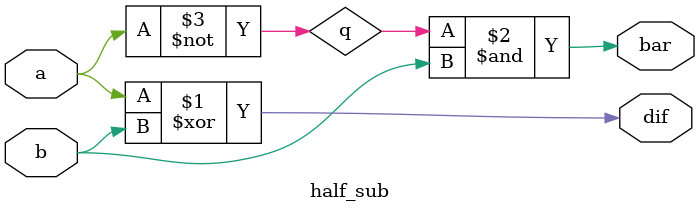
<source format=v>
module full_sub(
  input a,b,c,
  output dif,bar);
  wire x,y,z;
  half_sub hs1(.a(a),.b(b),.dif(x),.bar(y));
  half_sub hs2(.a(x),.b(c),.dif(dif),.bar(z));
               or (bar,y,z);
endmodule
               module half_sub(
                 input a,b,
                 output dif,bar);
                 wire q;
                 not (q,a);
                 xor (dif,a,b);
                 and (bar,q,b);
               endmodule

</source>
